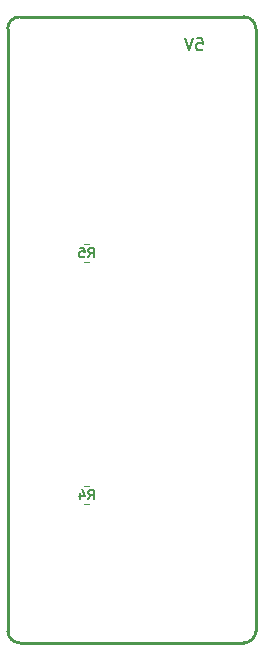
<source format=gbr>
%TF.GenerationSoftware,KiCad,Pcbnew,9.0.1*%
%TF.CreationDate,2025-05-19T08:35:17+02:00*%
%TF.ProjectId,sdiskII_stm32,73646973-6b49-4495-9f73-746d33322e6b,6*%
%TF.SameCoordinates,Original*%
%TF.FileFunction,Legend,Bot*%
%TF.FilePolarity,Positive*%
%FSLAX46Y46*%
G04 Gerber Fmt 4.6, Leading zero omitted, Abs format (unit mm)*
G04 Created by KiCad (PCBNEW 9.0.1) date 2025-05-19 08:35:17*
%MOMM*%
%LPD*%
G01*
G04 APERTURE LIST*
%ADD10C,0.150000*%
%ADD11C,0.203200*%
%ADD12C,0.120000*%
%ADD13C,0.250000*%
G04 APERTURE END LIST*
D10*
X157973332Y-106432295D02*
X158239999Y-106051342D01*
X158430475Y-106432295D02*
X158430475Y-105632295D01*
X158430475Y-105632295D02*
X158125713Y-105632295D01*
X158125713Y-105632295D02*
X158049523Y-105670390D01*
X158049523Y-105670390D02*
X158011428Y-105708485D01*
X158011428Y-105708485D02*
X157973332Y-105784676D01*
X157973332Y-105784676D02*
X157973332Y-105898961D01*
X157973332Y-105898961D02*
X158011428Y-105975152D01*
X158011428Y-105975152D02*
X158049523Y-106013247D01*
X158049523Y-106013247D02*
X158125713Y-106051342D01*
X158125713Y-106051342D02*
X158430475Y-106051342D01*
X157249523Y-105632295D02*
X157630475Y-105632295D01*
X157630475Y-105632295D02*
X157668571Y-106013247D01*
X157668571Y-106013247D02*
X157630475Y-105975152D01*
X157630475Y-105975152D02*
X157554285Y-105937057D01*
X157554285Y-105937057D02*
X157363809Y-105937057D01*
X157363809Y-105937057D02*
X157287618Y-105975152D01*
X157287618Y-105975152D02*
X157249523Y-106013247D01*
X157249523Y-106013247D02*
X157211428Y-106089438D01*
X157211428Y-106089438D02*
X157211428Y-106279914D01*
X157211428Y-106279914D02*
X157249523Y-106356104D01*
X157249523Y-106356104D02*
X157287618Y-106394200D01*
X157287618Y-106394200D02*
X157363809Y-106432295D01*
X157363809Y-106432295D02*
X157554285Y-106432295D01*
X157554285Y-106432295D02*
X157630475Y-106394200D01*
X157630475Y-106394200D02*
X157668571Y-106356104D01*
D11*
X167160601Y-87883453D02*
X167644411Y-87883453D01*
X167644411Y-87883453D02*
X167692792Y-88367263D01*
X167692792Y-88367263D02*
X167644411Y-88318882D01*
X167644411Y-88318882D02*
X167547649Y-88270501D01*
X167547649Y-88270501D02*
X167305744Y-88270501D01*
X167305744Y-88270501D02*
X167208982Y-88318882D01*
X167208982Y-88318882D02*
X167160601Y-88367263D01*
X167160601Y-88367263D02*
X167112220Y-88464025D01*
X167112220Y-88464025D02*
X167112220Y-88705930D01*
X167112220Y-88705930D02*
X167160601Y-88802692D01*
X167160601Y-88802692D02*
X167208982Y-88851073D01*
X167208982Y-88851073D02*
X167305744Y-88899453D01*
X167305744Y-88899453D02*
X167547649Y-88899453D01*
X167547649Y-88899453D02*
X167644411Y-88851073D01*
X167644411Y-88851073D02*
X167692792Y-88802692D01*
X166821935Y-87883453D02*
X166483268Y-88899453D01*
X166483268Y-88899453D02*
X166144601Y-87883453D01*
D10*
X157983332Y-126912295D02*
X158249999Y-126531342D01*
X158440475Y-126912295D02*
X158440475Y-126112295D01*
X158440475Y-126112295D02*
X158135713Y-126112295D01*
X158135713Y-126112295D02*
X158059523Y-126150390D01*
X158059523Y-126150390D02*
X158021428Y-126188485D01*
X158021428Y-126188485D02*
X157983332Y-126264676D01*
X157983332Y-126264676D02*
X157983332Y-126378961D01*
X157983332Y-126378961D02*
X158021428Y-126455152D01*
X158021428Y-126455152D02*
X158059523Y-126493247D01*
X158059523Y-126493247D02*
X158135713Y-126531342D01*
X158135713Y-126531342D02*
X158440475Y-126531342D01*
X157297618Y-126378961D02*
X157297618Y-126912295D01*
X157488094Y-126074200D02*
X157678571Y-126645628D01*
X157678571Y-126645628D02*
X157183332Y-126645628D01*
D12*
%TO.C,R5*%
X158067064Y-105335000D02*
X157612936Y-105335000D01*
X158067064Y-106805000D02*
X157612936Y-106805000D01*
D13*
%TO.C,\u03BCC1*%
X172170003Y-138070003D02*
G75*
G02*
X171170000Y-139070003I-1000003J3D01*
G01*
X171170003Y-86070000D02*
G75*
G02*
X172170000Y-87070003I-3J-1000000D01*
G01*
X152169997Y-139069997D02*
G75*
G02*
X151170000Y-138069994I2J999999D01*
G01*
X151169997Y-87069997D02*
G75*
G02*
X152170000Y-86070000I999999J-2D01*
G01*
X172170000Y-87070000D02*
X172170000Y-138070000D01*
X171170000Y-139070000D02*
X152170000Y-139069994D01*
X152170000Y-86070000D02*
X171170000Y-86070000D01*
X151170000Y-138069994D02*
X151170000Y-87070000D01*
D12*
%TO.C,R4*%
X158077064Y-127285000D02*
X157622936Y-127285000D01*
X158077064Y-125815000D02*
X157622936Y-125815000D01*
%TD*%
M02*

</source>
